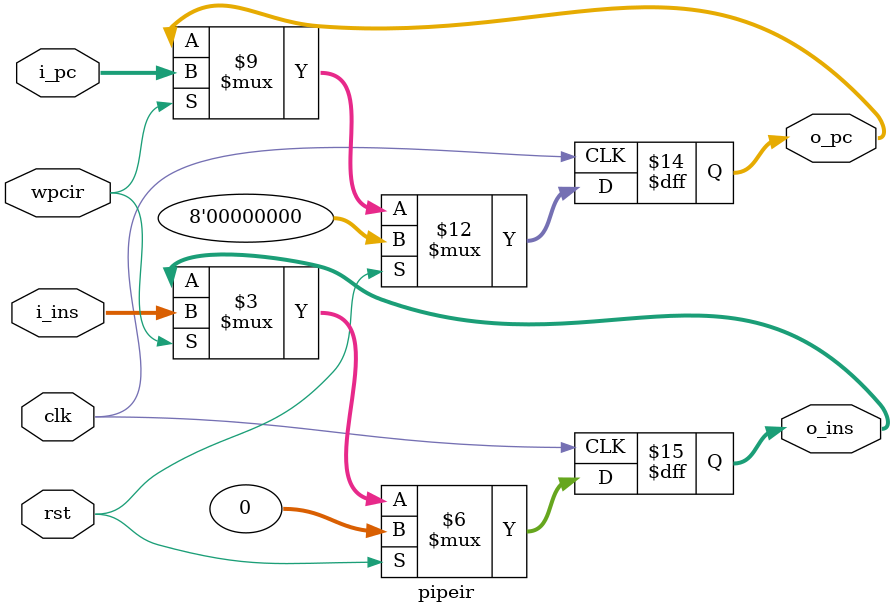
<source format=v>
`timescale 1ns / 1ps

module pipeir(i_pc,i_ins,wpcir,clk,rst,o_pc,o_ins);
  input wire wpcir,clk, rst;
  input wire [7:0] i_pc;
  input wire [31:0] i_ins;
  output reg [7:0] o_pc;
  output reg [31:0] o_ins;
  always @(posedge clk) begin
  if (rst) begin o_pc <= 0;o_ins<=0; end
//if reset signal is given, turn to the first instruction
  else begin 
	 if(wpcir) begin o_pc <= i_pc; o_ins<=i_ins; end else begin o_pc<=o_pc;o_ins<=o_ins;end 
  end
//PC count change (how to change is determined by i_pc)
  end
endmodule


</source>
